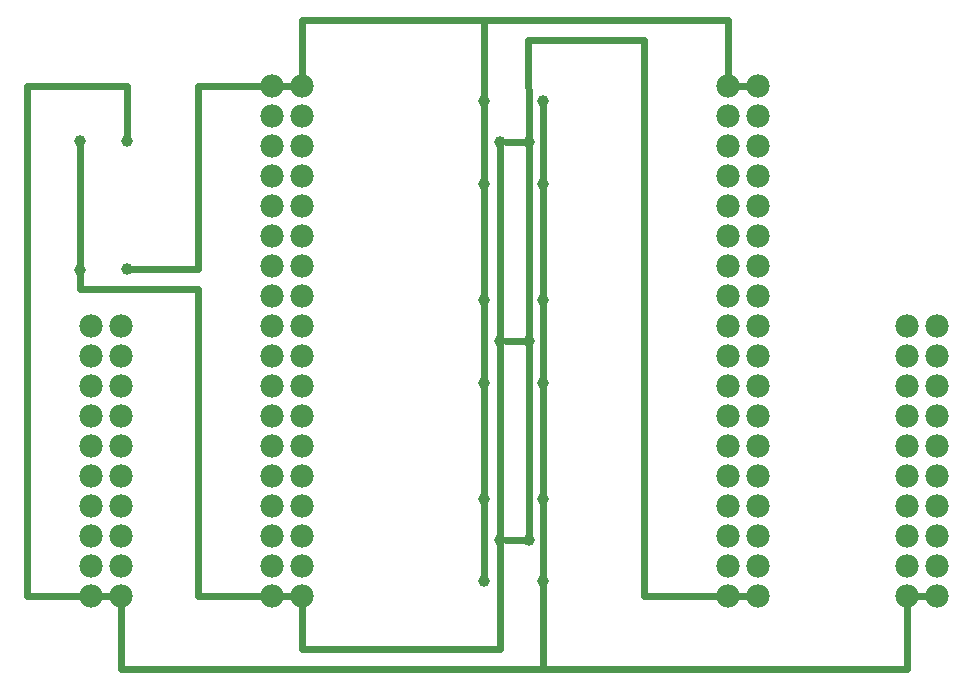
<source format=gbl>
G04 MADE WITH FRITZING*
G04 WWW.FRITZING.ORG*
G04 DOUBLE SIDED*
G04 HOLES PLATED*
G04 CONTOUR ON CENTER OF CONTOUR VECTOR*
%ASAXBY*%
%FSLAX23Y23*%
%MOIN*%
%OFA0B0*%
%SFA1.0B1.0*%
%ADD10C,0.039370*%
%ADD11C,0.078000*%
%ADD12C,0.024000*%
%LNCOPPER0*%
G90*
G70*
G54D10*
X1598Y2136D03*
X1599Y1861D03*
X1599Y1473D03*
X1599Y1197D03*
X1599Y810D03*
X1599Y536D03*
X407Y1575D03*
X407Y2002D03*
X1795Y2136D03*
X1795Y1861D03*
X1795Y1473D03*
X1795Y1197D03*
X1795Y810D03*
X1795Y536D03*
X1653Y1998D03*
X1749Y1998D03*
X1653Y1336D03*
X1749Y1336D03*
X1653Y673D03*
X1749Y673D03*
X250Y2002D03*
X250Y1574D03*
G54D11*
X2412Y2186D03*
X2412Y2086D03*
X2412Y1986D03*
X2412Y1886D03*
X2412Y1786D03*
X2412Y1686D03*
X2412Y1586D03*
X2412Y1486D03*
X2412Y1386D03*
X2412Y1286D03*
X2412Y1186D03*
X2412Y1086D03*
X2412Y986D03*
X2412Y886D03*
X2412Y786D03*
X2412Y686D03*
X2412Y586D03*
X2412Y486D03*
X2412Y2186D03*
X2412Y2086D03*
X2412Y1986D03*
X2412Y1886D03*
X2412Y1786D03*
X2412Y1686D03*
X2412Y1586D03*
X2412Y1486D03*
X2412Y1386D03*
X2412Y1286D03*
X2412Y1186D03*
X2412Y1086D03*
X2412Y986D03*
X2412Y886D03*
X2412Y786D03*
X2412Y686D03*
X2412Y586D03*
X2412Y486D03*
X2512Y486D03*
X2512Y586D03*
X2512Y686D03*
X2512Y786D03*
X2512Y886D03*
X2512Y986D03*
X2512Y1086D03*
X2512Y1186D03*
X2512Y1286D03*
X2512Y1386D03*
X2512Y1486D03*
X2512Y1586D03*
X2512Y1686D03*
X2512Y1786D03*
X2512Y1886D03*
X2512Y1986D03*
X2512Y2086D03*
X2512Y2186D03*
X3009Y1386D03*
X3009Y1286D03*
X3009Y1186D03*
X3009Y1086D03*
X3009Y986D03*
X3009Y886D03*
X3009Y786D03*
X3009Y686D03*
X3009Y586D03*
X3009Y486D03*
X3009Y1386D03*
X3009Y1286D03*
X3009Y1186D03*
X3009Y1086D03*
X3009Y986D03*
X3009Y886D03*
X3009Y786D03*
X3009Y686D03*
X3009Y586D03*
X3009Y486D03*
X3109Y486D03*
X3109Y586D03*
X3109Y686D03*
X3109Y786D03*
X3109Y886D03*
X3109Y986D03*
X3109Y1086D03*
X3109Y1186D03*
X3109Y1286D03*
X3109Y1386D03*
X287Y1386D03*
X287Y1286D03*
X287Y1186D03*
X287Y1086D03*
X287Y986D03*
X287Y886D03*
X287Y786D03*
X287Y686D03*
X287Y586D03*
X287Y486D03*
X287Y1386D03*
X287Y1286D03*
X287Y1186D03*
X287Y1086D03*
X287Y986D03*
X287Y886D03*
X287Y786D03*
X287Y686D03*
X287Y586D03*
X287Y486D03*
X387Y486D03*
X387Y586D03*
X387Y686D03*
X387Y786D03*
X387Y886D03*
X387Y986D03*
X387Y1086D03*
X387Y1186D03*
X387Y1286D03*
X387Y1386D03*
X890Y2186D03*
X890Y2086D03*
X890Y1986D03*
X890Y1886D03*
X890Y1786D03*
X890Y1686D03*
X890Y1586D03*
X890Y1486D03*
X890Y1386D03*
X890Y1286D03*
X890Y1186D03*
X890Y1086D03*
X890Y986D03*
X890Y886D03*
X890Y786D03*
X890Y686D03*
X890Y586D03*
X890Y486D03*
X890Y2186D03*
X890Y2086D03*
X890Y1986D03*
X890Y1886D03*
X890Y1786D03*
X890Y1686D03*
X890Y1586D03*
X890Y1486D03*
X890Y1386D03*
X890Y1286D03*
X890Y1186D03*
X890Y1086D03*
X890Y986D03*
X890Y886D03*
X890Y786D03*
X890Y686D03*
X890Y586D03*
X890Y486D03*
X990Y486D03*
X990Y586D03*
X990Y686D03*
X990Y786D03*
X990Y886D03*
X990Y986D03*
X990Y1086D03*
X990Y1186D03*
X990Y1286D03*
X990Y1386D03*
X990Y1486D03*
X990Y1586D03*
X990Y1686D03*
X990Y1786D03*
X990Y1886D03*
X990Y1986D03*
X990Y2086D03*
X990Y2186D03*
G54D12*
X960Y2186D02*
X920Y2186D01*
D02*
X990Y2406D02*
X990Y2216D01*
D02*
X2412Y2406D02*
X990Y2406D01*
D02*
X2412Y2216D02*
X2412Y2406D01*
D02*
X2482Y2186D02*
X2442Y2186D01*
D02*
X990Y2406D02*
X1598Y2406D01*
D02*
X1598Y2406D02*
X1598Y2155D01*
D02*
X990Y2216D02*
X990Y2406D01*
D02*
X1598Y2117D02*
X1599Y1880D01*
D02*
X1599Y1842D02*
X1599Y1492D01*
D02*
X1599Y1454D02*
X1599Y1216D01*
D02*
X1599Y1178D02*
X1599Y829D01*
D02*
X1599Y791D02*
X1599Y555D01*
D02*
X644Y1575D02*
X426Y1575D01*
D02*
X644Y2186D02*
X644Y1575D01*
D02*
X860Y2186D02*
X644Y2186D01*
D02*
X357Y486D02*
X317Y486D01*
D02*
X3079Y486D02*
X3040Y486D01*
D02*
X387Y243D02*
X387Y456D01*
D02*
X1795Y243D02*
X387Y243D01*
D02*
X1795Y517D02*
X1795Y243D01*
D02*
X3009Y243D02*
X3009Y456D01*
D02*
X1795Y243D02*
X3009Y243D01*
D02*
X1795Y517D02*
X1795Y243D01*
D02*
X1795Y555D02*
X1795Y791D01*
D02*
X1795Y829D02*
X1795Y1178D01*
D02*
X1795Y1216D02*
X1795Y1454D01*
D02*
X1795Y1492D02*
X1795Y1842D01*
D02*
X1795Y1880D02*
X1795Y2117D01*
D02*
X74Y486D02*
X74Y2187D01*
D02*
X74Y2187D02*
X407Y2187D01*
D02*
X407Y2187D02*
X407Y2021D01*
D02*
X257Y486D02*
X74Y486D01*
D02*
X250Y1593D02*
X250Y1983D01*
D02*
X644Y1510D02*
X250Y1510D01*
D02*
X644Y486D02*
X644Y1510D01*
D02*
X250Y1510D02*
X250Y1555D01*
D02*
X860Y486D02*
X644Y486D01*
D02*
X920Y486D02*
X960Y486D01*
D02*
X1653Y310D02*
X990Y310D01*
D02*
X990Y310D02*
X990Y455D01*
D02*
X1653Y654D02*
X1653Y310D01*
D02*
X1653Y692D02*
X1653Y1317D01*
D02*
X1653Y1355D02*
X1653Y1979D01*
D02*
X1672Y673D02*
X1730Y673D01*
D02*
X1749Y692D02*
X1749Y1317D01*
D02*
X1730Y1336D02*
X1672Y1336D01*
D02*
X1749Y1355D02*
X1749Y1979D01*
D02*
X1730Y1998D02*
X1672Y1998D01*
D02*
X2442Y486D02*
X2482Y486D01*
D02*
X2133Y486D02*
X2382Y486D01*
D02*
X2133Y2339D02*
X2133Y486D01*
D02*
X1744Y2339D02*
X2133Y2339D01*
D02*
X1749Y2017D02*
X1744Y2339D01*
G04 End of Copper0*
M02*
</source>
